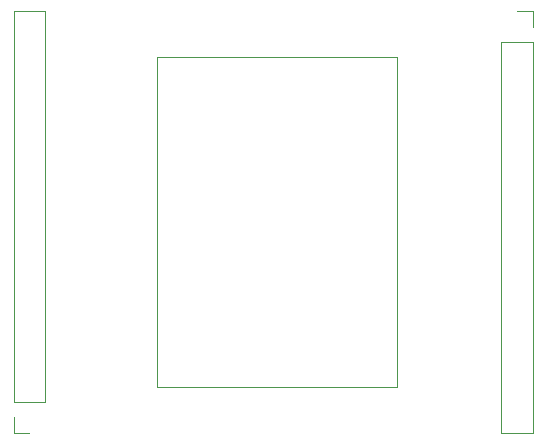
<source format=gbr>
%TF.GenerationSoftware,KiCad,Pcbnew,(5.1.9-0-10_14)*%
%TF.CreationDate,2021-07-27T12:59:24-05:00*%
%TF.ProjectId,castellated_breakout,63617374-656c-46c6-9174-65645f627265,rev?*%
%TF.SameCoordinates,Original*%
%TF.FileFunction,Legend,Top*%
%TF.FilePolarity,Positive*%
%FSLAX46Y46*%
G04 Gerber Fmt 4.6, Leading zero omitted, Abs format (unit mm)*
G04 Created by KiCad (PCBNEW (5.1.9-0-10_14)) date 2021-07-27 12:59:24*
%MOMM*%
%LPD*%
G01*
G04 APERTURE LIST*
%ADD10C,0.120000*%
G04 APERTURE END LIST*
D10*
%TO.C,U1*%
X168910000Y-110490000D02*
X148590000Y-110490000D01*
X168910000Y-82550000D02*
X168910000Y-110490000D01*
X148590000Y-82550000D02*
X168910000Y-82550000D01*
X148590000Y-110490000D02*
X148590000Y-82550000D01*
%TO.C,J2*%
X139125000Y-111760000D02*
X136465000Y-111760000D01*
X139125000Y-111760000D02*
X139125000Y-78680000D01*
X139125000Y-78680000D02*
X136465000Y-78680000D01*
X136465000Y-111760000D02*
X136465000Y-78680000D01*
X136465000Y-114360000D02*
X136465000Y-113030000D01*
X137795000Y-114360000D02*
X136465000Y-114360000D01*
%TO.C,J1*%
X177740000Y-81280000D02*
X180400000Y-81280000D01*
X177740000Y-81280000D02*
X177740000Y-114360000D01*
X177740000Y-114360000D02*
X180400000Y-114360000D01*
X180400000Y-81280000D02*
X180400000Y-114360000D01*
X180400000Y-78680000D02*
X180400000Y-80010000D01*
X179070000Y-78680000D02*
X180400000Y-78680000D01*
%TD*%
M02*

</source>
